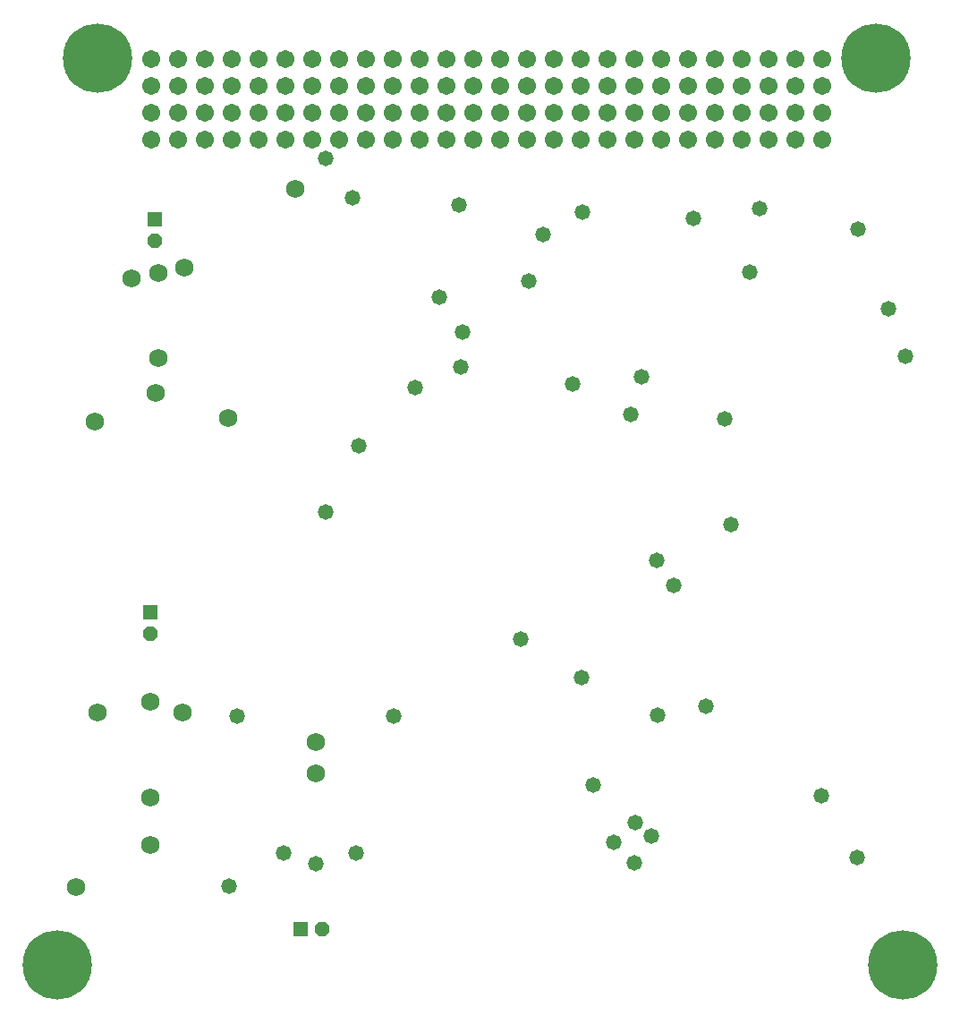
<source format=gbs>
%FSLAX44Y44*%
%MOMM*%
G71*
G01*
G75*
G04 Layer_Color=16711935*
%ADD10R,5.8166X8.0010*%
%ADD11R,0.8128X1.4224*%
%ADD12R,1.1176X1.0160*%
%ADD13R,1.0160X1.1176*%
%ADD14R,0.5080X1.2192*%
%ADD15R,1.2192X0.5080*%
%ADD16R,1.2700X1.4732*%
%ADD17R,2.5500X1.5500*%
%ADD18R,2.5500X0.9500*%
%ADD19R,2.5500X0.5500*%
%ADD20R,0.6096X0.9144*%
%ADD21R,1.6002X2.7178*%
%ADD22R,1.4732X1.2700*%
%ADD23O,2.0500X0.7000*%
%ADD24R,1.5500X2.5500*%
%ADD25R,0.9500X2.5500*%
%ADD26R,0.5500X2.5500*%
%ADD27R,2.7178X1.6002*%
%ADD28R,0.8128X0.3048*%
%ADD29R,0.3048X0.8128*%
%ADD30C,0.1524*%
%ADD31C,0.8000*%
%ADD32C,0.2540*%
%ADD33C,0.1540*%
%ADD34R,1.0080X1.0080*%
%ADD35C,1.5000*%
%ADD36C,1.5240*%
%ADD37C,0.5000*%
%ADD38C,6.3500*%
%ADD39P,1.3205X8X112.5*%
%ADD40R,1.2200X1.2200*%
%ADD41P,1.3205X8X22.5*%
%ADD42R,1.2200X1.2200*%
%ADD43C,1.2700*%
%ADD44C,1.0160*%
%ADD45C,1.9160*%
G04:AMPARAMS|DCode=46|XSize=2.424mm|YSize=2.424mm|CornerRadius=0mm|HoleSize=0mm|Usage=FLASHONLY|Rotation=0.000|XOffset=0mm|YOffset=0mm|HoleType=Round|Shape=Relief|Width=0.254mm|Gap=0.254mm|Entries=4|*
%AMTHD46*
7,0,0,2.4240,1.9160,0.2540,45*
%
%ADD46THD46*%
%ADD47C,1.7780*%
G04:AMPARAMS|DCode=48|XSize=2.286mm|YSize=2.286mm|CornerRadius=0mm|HoleSize=0mm|Usage=FLASHONLY|Rotation=0.000|XOffset=0mm|YOffset=0mm|HoleType=Round|Shape=Relief|Width=0.254mm|Gap=0.254mm|Entries=4|*
%AMTHD48*
7,0,0,2.2860,1.7780,0.2540,45*
%
%ADD48THD48*%
%ADD49C,1.5160*%
G04:AMPARAMS|DCode=50|XSize=4.699mm|YSize=4.699mm|CornerRadius=0mm|HoleSize=0mm|Usage=FLASHONLY|Rotation=0.000|XOffset=0mm|YOffset=0mm|HoleType=Round|Shape=Relief|Width=0.254mm|Gap=0.254mm|Entries=4|*
%AMTHD50*
7,0,0,4.6990,4.1910,0.2540,45*
%
%ADD50THD50*%
G04:AMPARAMS|DCode=51|XSize=4.724mm|YSize=4.724mm|CornerRadius=0mm|HoleSize=0mm|Usage=FLASHONLY|Rotation=0.000|XOffset=0mm|YOffset=0mm|HoleType=Round|Shape=Relief|Width=0.254mm|Gap=0.254mm|Entries=4|*
%AMTHD51*
7,0,0,4.7240,4.2160,0.2540,45*
%
%ADD51THD51*%
%ADD52C,1.8160*%
%ADD53C,1.7272*%
G04:AMPARAMS|DCode=54|XSize=2.2352mm|YSize=2.2352mm|CornerRadius=0mm|HoleSize=0mm|Usage=FLASHONLY|Rotation=0.000|XOffset=0mm|YOffset=0mm|HoleType=Round|Shape=Relief|Width=0.254mm|Gap=0.254mm|Entries=4|*
%AMTHD54*
7,0,0,2.2352,1.7272,0.2540,45*
%
%ADD54THD54*%
%ADD55C,0.2032*%
%ADD56C,0.2500*%
%ADD57C,0.0000*%
%ADD58C,0.6000*%
%ADD59C,0.5588*%
%ADD60C,0.2000*%
%ADD61C,0.1524*%
%ADD62C,0.4064*%
%ADD63C,0.0415*%
%ADD64C,0.0762*%
%ADD65R,0.4572X0.7620*%
%ADD66R,0.9144X1.5240*%
%ADD67R,6.0198X8.2042*%
%ADD68R,1.0160X1.6256*%
%ADD69R,1.3208X1.2192*%
%ADD70R,1.2192X1.3208*%
%ADD71R,0.7112X1.4224*%
%ADD72R,1.4224X0.7112*%
%ADD73R,1.4732X1.6764*%
%ADD74R,2.7532X1.7532*%
%ADD75R,2.7532X1.1532*%
%ADD76R,2.7532X0.7532*%
%ADD77R,0.8128X1.1176*%
%ADD78R,1.8034X2.9210*%
%ADD79R,1.6764X1.4732*%
%ADD80O,2.2532X0.9032*%
%ADD81R,1.7532X2.7532*%
%ADD82R,1.1532X2.7532*%
%ADD83R,0.7532X2.7532*%
%ADD84R,2.9210X1.8034*%
%ADD85R,1.0160X0.5080*%
%ADD86R,0.5080X1.0160*%
%ADD87C,1.7032*%
%ADD88C,0.7032*%
%ADD89C,6.5532*%
%ADD90P,1.5405X8X112.5*%
%ADD91R,1.4232X1.4232*%
%ADD92P,1.5405X8X22.5*%
%ADD93R,1.4232X1.4232*%
%ADD94C,1.4732*%
D53*
X151638Y-135636D02*
D03*
X170310Y-658970D02*
D03*
Y-688970D02*
D03*
X19402Y-329250D02*
D03*
X-38698Y-355750D02*
D03*
X87802Y-352250D02*
D03*
X21302Y-295750D02*
D03*
X21302Y-215750D02*
D03*
X46302Y-210750D02*
D03*
X-3698Y-220750D02*
D03*
X14168Y-711252D02*
D03*
X14028Y-756392D02*
D03*
X-55832Y-796252D02*
D03*
X14168Y-621252D02*
D03*
X-35832Y-631252D02*
D03*
X44168D02*
D03*
D87*
X650240Y-12700D02*
D03*
X624840D02*
D03*
X599440D02*
D03*
X574040D02*
D03*
X548640D02*
D03*
X523240D02*
D03*
X497840D02*
D03*
X472440D02*
D03*
X447040D02*
D03*
X421640D02*
D03*
X396240D02*
D03*
X370840D02*
D03*
X345440D02*
D03*
X320040D02*
D03*
X294640D02*
D03*
X269240D02*
D03*
X243840D02*
D03*
X218440D02*
D03*
X193040D02*
D03*
X167640D02*
D03*
X142240D02*
D03*
X116840D02*
D03*
X91440D02*
D03*
X66040D02*
D03*
X40640D02*
D03*
X650240Y-38100D02*
D03*
X624840D02*
D03*
X599440D02*
D03*
X574040D02*
D03*
X548640D02*
D03*
X523240D02*
D03*
X497840D02*
D03*
X472440D02*
D03*
X447040D02*
D03*
X421640D02*
D03*
X396240D02*
D03*
X370840D02*
D03*
X345440D02*
D03*
X320040D02*
D03*
X294640D02*
D03*
X269240D02*
D03*
X243840D02*
D03*
X218440D02*
D03*
X193040D02*
D03*
X167640D02*
D03*
X142240D02*
D03*
X116840D02*
D03*
X91440D02*
D03*
X66040D02*
D03*
X40640D02*
D03*
X15240D02*
D03*
Y-12700D02*
D03*
X649986Y-63754D02*
D03*
X624586D02*
D03*
X599186D02*
D03*
X573786D02*
D03*
X548386D02*
D03*
X522986D02*
D03*
X497586D02*
D03*
X472186D02*
D03*
X446786D02*
D03*
X421386D02*
D03*
X395986D02*
D03*
X370586D02*
D03*
X345186D02*
D03*
X319786D02*
D03*
X294386D02*
D03*
X268986D02*
D03*
X243586D02*
D03*
X218186D02*
D03*
X192786D02*
D03*
X167386D02*
D03*
X141986D02*
D03*
X116586D02*
D03*
X91186D02*
D03*
X65786D02*
D03*
X40386D02*
D03*
X649986Y-89154D02*
D03*
X624586D02*
D03*
X599186D02*
D03*
X573786D02*
D03*
X548386D02*
D03*
X522986D02*
D03*
X497586D02*
D03*
X472186D02*
D03*
X446786D02*
D03*
X421386D02*
D03*
X395986D02*
D03*
X370586D02*
D03*
X345186D02*
D03*
X319786D02*
D03*
X294386D02*
D03*
X268986D02*
D03*
X243586D02*
D03*
X218186D02*
D03*
X192786D02*
D03*
X167386D02*
D03*
X141986D02*
D03*
X116586D02*
D03*
X91186D02*
D03*
X65786D02*
D03*
X40386D02*
D03*
X14986D02*
D03*
Y-63754D02*
D03*
D88*
X15151Y-38050D02*
D03*
Y-88850D02*
D03*
D89*
X700952Y-12650D02*
D03*
X-73748Y-869950D02*
D03*
X726351D02*
D03*
X-35649Y-12650D02*
D03*
D90*
X176310Y-835970D02*
D03*
D91*
X156310D02*
D03*
D92*
X14168Y-556252D02*
D03*
X18302Y-184750D02*
D03*
D93*
X14168Y-536252D02*
D03*
X18302Y-164750D02*
D03*
D94*
X88268Y-795352D02*
D03*
X712216Y-249682D02*
D03*
X683568Y-174044D02*
D03*
X591058Y-154432D02*
D03*
X728980Y-293878D02*
D03*
X479298Y-313944D02*
D03*
X527812Y-164084D02*
D03*
X581406Y-214630D02*
D03*
X309626Y-271644D02*
D03*
X306324Y-150994D02*
D03*
X287528Y-238252D02*
D03*
X683260Y-768350D02*
D03*
X433324Y-700024D02*
D03*
X563656Y-453390D02*
D03*
X413526Y-320054D02*
D03*
X540004Y-625094D02*
D03*
X422148Y-598424D02*
D03*
X364744Y-561594D02*
D03*
X648716Y-710184D02*
D03*
X493014Y-487426D02*
D03*
X469138Y-349250D02*
D03*
X488442Y-748284D02*
D03*
X493776Y-633984D02*
D03*
X265050Y-323470D02*
D03*
X307848Y-304546D02*
D03*
X211582Y-378460D02*
D03*
X452882Y-753618D02*
D03*
X471932Y-773684D02*
D03*
X205232Y-144018D02*
D03*
X140310Y-763970D02*
D03*
X208462D02*
D03*
X170310Y-773970D02*
D03*
X244510Y-634770D02*
D03*
X96110D02*
D03*
X180086Y-106934D02*
D03*
Y-441706D02*
D03*
X385826Y-179324D02*
D03*
X472694Y-735584D02*
D03*
X509556Y-511080D02*
D03*
X558038Y-353060D02*
D03*
X372618Y-223266D02*
D03*
X422656Y-157480D02*
D03*
M02*

</source>
